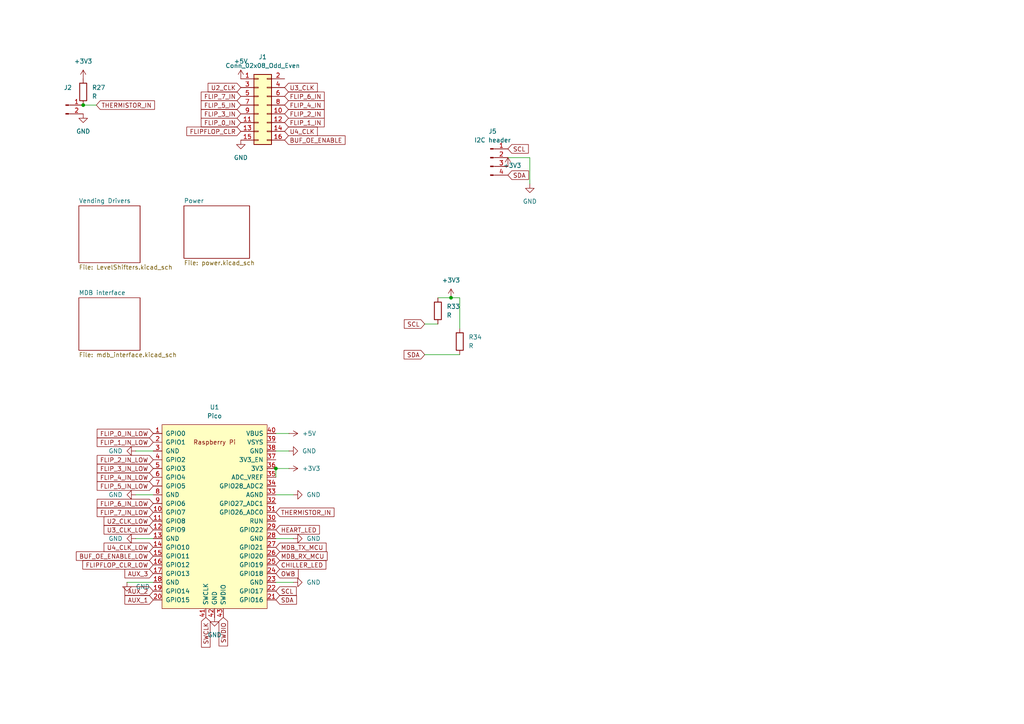
<source format=kicad_sch>
(kicad_sch (version 20250114) (generator "eeschema") (generator_version "9.0")
  (paper "A4")
  (lib_symbols
    (symbol "Connector:Conn_01x02_Pin" (pin_names (offset 1.016) (hide yes))
      (property "Reference" "J" (at 0 2.54 0))
      (property "Value" "Conn_01x02_Pin" (at 0 -5.08 0))
      (symbol "Conn_01x02_Pin_1_1"
        (rectangle (start 0.8636 0.127) (end 0 -0.127) (stroke (width 0.1524)) (fill (type outline)))
        (rectangle (start 0.8636 -2.413) (end 0 -2.667) (stroke (width 0.1524)) (fill (type outline)))
        (polyline (pts (xy 1.27 0) (xy 0.8636 0)) (stroke (width 0.1524)))
        (polyline (pts (xy 1.27 -2.54) (xy 0.8636 -2.54)) (stroke (width 0.1524)))
        (pin passive line (at 5.08 0 180) (length 3.81) (name "Pin_1") (number "1"))
        (pin passive line (at 5.08 -2.54 180) (length 3.81) (name "Pin_2") (number "2"))
      )
    )
    (symbol "Connector:Conn_01x04_Pin" (pin_names (offset 1.016) (hide yes))
      (property "Reference" "J" (at 0 5.08 0))
      (property "Value" "Conn_01x04_Pin" (at 0 -7.62 0))
      (symbol "Conn_01x04_Pin_1_1"
        (rectangle (start 0.8636 2.667) (end 0 2.413) (stroke (width 0.1524)) (fill (type outline)))
        (rectangle (start 0.8636 0.127) (end 0 -0.127) (stroke (width 0.1524)) (fill (type outline)))
        (rectangle (start 0.8636 -2.413) (end 0 -2.667) (stroke (width 0.1524)) (fill (type outline)))
        (rectangle (start 0.8636 -4.953) (end 0 -5.207) (stroke (width 0.1524)) (fill (type outline)))
        (polyline (pts (xy 1.27 2.54) (xy 0.8636 2.54)) (stroke (width 0.1524)))
        (polyline (pts (xy 1.27 0) (xy 0.8636 0)) (stroke (width 0.1524)))
        (polyline (pts (xy 1.27 -2.54) (xy 0.8636 -2.54)) (stroke (width 0.1524)))
        (polyline (pts (xy 1.27 -5.08) (xy 0.8636 -5.08)) (stroke (width 0.1524)))
        (pin passive line (at 5.08 2.54 180) (length 3.81) (name "Pin_1") (number "1"))
        (pin passive line (at 5.08 0 180) (length 3.81) (name "Pin_2") (number "2"))
        (pin passive line (at 5.08 -2.54 180) (length 3.81) (name "Pin_3") (number "3"))
        (pin passive line (at 5.08 -5.08 180) (length 3.81) (name "Pin_4") (number "4"))
      )
    )
    (symbol "Connector_Generic:Conn_02x08_Odd_Even" (pin_names (offset 1.016) (hide yes))
      (property "Reference" "J" (at 1.27 10.16 0))
      (property "Value" "Conn_02x08_Odd_Even" (at 1.27 -12.7 0))
      (symbol "Conn_02x08_Odd_Even_1_1"
        (rectangle (start -1.27 8.89) (end 3.81 -11.43) (stroke (width 0.254)) (fill (type background)))
        (rectangle (start -1.27 7.747) (end 0 7.493) (stroke (width 0.1524)))
        (rectangle (start -1.27 5.207) (end 0 4.953) (stroke (width 0.1524)))
        (rectangle (start -1.27 2.667) (end 0 2.413) (stroke (width 0.1524)))
        (rectangle (start -1.27 0.127) (end 0 -0.127) (stroke (width 0.1524)))
        (rectangle (start -1.27 -2.413) (end 0 -2.667) (stroke (width 0.1524)))
        (rectangle (start -1.27 -4.953) (end 0 -5.207) (stroke (width 0.1524)))
        (rectangle (start -1.27 -7.493) (end 0 -7.747) (stroke (width 0.1524)))
        (rectangle (start -1.27 -10.033) (end 0 -10.287) (stroke (width 0.1524)))
        (rectangle (start 3.81 7.747) (end 2.54 7.493) (stroke (width 0.1524)))
        (rectangle (start 3.81 5.207) (end 2.54 4.953) (stroke (width 0.1524)))
        (rectangle (start 3.81 2.667) (end 2.54 2.413) (stroke (width 0.1524)))
        (rectangle (start 3.81 0.127) (end 2.54 -0.127) (stroke (width 0.1524)))
        (rectangle (start 3.81 -2.413) (end 2.54 -2.667) (stroke (width 0.1524)))
        (rectangle (start 3.81 -4.953) (end 2.54 -5.207) (stroke (width 0.1524)))
        (rectangle (start 3.81 -7.493) (end 2.54 -7.747) (stroke (width 0.1524)))
        (rectangle (start 3.81 -10.033) (end 2.54 -10.287) (stroke (width 0.1524)))
        (pin passive line (at -5.08 7.62 0) (length 3.81) (name "Pin_1") (number "1"))
        (pin passive line (at -5.08 5.08 0) (length 3.81) (name "Pin_3") (number "3"))
        (pin passive line (at -5.08 2.54 0) (length 3.81) (name "Pin_5") (number "5"))
        (pin passive line (at -5.08 0 0) (length 3.81) (name "Pin_7") (number "7"))
        (pin passive line (at -5.08 -2.54 0) (length 3.81) (name "Pin_9") (number "9"))
        (pin passive line (at -5.08 -5.08 0) (length 3.81) (name "Pin_11") (number "11"))
        (pin passive line (at -5.08 -7.62 0) (length 3.81) (name "Pin_13") (number "13"))
        (pin passive line (at -5.08 -10.16 0) (length 3.81) (name "Pin_15") (number "15"))
        (pin passive line (at 7.62 7.62 180) (length 3.81) (name "Pin_2") (number "2"))
        (pin passive line (at 7.62 5.08 180) (length 3.81) (name "Pin_4") (number "4"))
        (pin passive line (at 7.62 2.54 180) (length 3.81) (name "Pin_6") (number "6"))
        (pin passive line (at 7.62 0 180) (length 3.81) (name "Pin_8") (number "8"))
        (pin passive line (at 7.62 -2.54 180) (length 3.81) (name "Pin_10") (number "10"))
        (pin passive line (at 7.62 -5.08 180) (length 3.81) (name "Pin_12") (number "12"))
        (pin passive line (at 7.62 -7.62 180) (length 3.81) (name "Pin_14") (number "14"))
        (pin passive line (at 7.62 -10.16 180) (length 3.81) (name "Pin_16") (number "16"))
      )
    )
    (symbol "Device:R" (pin_numbers (hide yes)) (pin_names (offset 0))
      (property "Reference" "R" (at 2.032 0 90))
      (property "Value" "R" (at 0 0 90))
      (symbol "R_0_1"
        (rectangle (start -1.016 -2.54) (end 1.016 2.54) (stroke (width 0.254)))
      )
      (symbol "R_1_1"
        (pin passive line (at 0 3.81 270) (length 1.27) (name "~") (number "1"))
        (pin passive line (at 0 -3.81 90) (length 1.27) (name "~") (number "2"))
      )
    )
    (symbol "GND_1" (power) (pin_numbers (hide yes)) (pin_names (offset 0) (hide yes))
      (property "Value" "GND" (at 0 -3.81 0))
      (symbol "GND_1_0_1"
        (polyline (pts (xy 0 0) (xy 0 -1.27) (xy 1.27 -1.27) (xy 0 -2.54) (xy -1.27 -1.27) (xy 0 -1.27)))
      )
      (symbol "GND_1_1_1"
        (pin power_in line (at 0 0 270) (length 0) (name "~") (number "1"))
      )
    )
    (symbol "GND_2" (power) (pin_numbers (hide yes)) (pin_names (offset 0) (hide yes))
      (property "Value" "GND" (at 0 -3.81 0))
      (symbol "GND_2_0_1"
        (polyline (pts (xy 0 0) (xy 0 -1.27) (xy 1.27 -1.27) (xy 0 -2.54) (xy -1.27 -1.27) (xy 0 -1.27)))
      )
      (symbol "GND_2_1_1"
        (pin power_in line (at 0 0 270) (length 0) (name "~") (number "1"))
      )
    )
    (symbol "GND_3" (power) (pin_numbers (hide yes)) (pin_names (offset 0) (hide yes))
      (property "Value" "GND" (at 0 -3.81 0))
      (symbol "GND_3_0_1"
        (polyline (pts (xy 0 0) (xy 0 -1.27) (xy 1.27 -1.27) (xy 0 -2.54) (xy -1.27 -1.27) (xy 0 -1.27)))
      )
      (symbol "GND_3_1_1"
        (pin power_in line (at 0 0 270) (length 0) (name "~") (number "1"))
      )
    )
    (symbol "Pi:Pico" (pin_names (offset 1.016))
      (property "Reference" "U" (at -13.97 27.94 0))
      (property "Value" "Pico" (at 0 19.05 0))
      (symbol "Pico_0_0"
        (text "Raspberry Pi" (at 0 21.59 0) (effects (font (size 1.27 1.27))))
      )
      (symbol "Pico_0_1"
        (rectangle (start -15.24 26.67) (end 15.24 -26.67) (fill (type background)))
      )
      (symbol "Pico_1_1"
        (pin bidirectional line (at -17.78 24.13 0) (length 2.54) (name "GPIO0") (number "1"))
        (pin bidirectional line (at -17.78 21.59 0) (length 2.54) (name "GPIO1") (number "2"))
        (pin power_in line (at -17.78 19.05 0) (length 2.54) (name "GND") (number "3"))
        (pin bidirectional line (at -17.78 16.51 0) (length 2.54) (name "GPIO2") (number "4"))
        (pin bidirectional line (at -17.78 13.97 0) (length 2.54) (name "GPIO3") (number "5"))
        (pin bidirectional line (at -17.78 11.43 0) (length 2.54) (name "GPIO4") (number "6"))
        (pin bidirectional line (at -17.78 8.89 0) (length 2.54) (name "GPIO5") (number "7"))
        (pin power_in line (at -17.78 6.35 0) (length 2.54) (name "GND") (number "8"))
        (pin bidirectional line (at -17.78 3.81 0) (length 2.54) (name "GPIO6") (number "9"))
        (pin bidirectional line (at -17.78 1.27 0) (length 2.54) (name "GPIO7") (number "10"))
        (pin bidirectional line (at -17.78 -1.27 0) (length 2.54) (name "GPIO8") (number "11"))
        (pin bidirectional line (at -17.78 -3.81 0) (length 2.54) (name "GPIO9") (number "12"))
        (pin power_in line (at -17.78 -6.35 0) (length 2.54) (name "GND") (number "13"))
        (pin bidirectional line (at -17.78 -8.89 0) (length 2.54) (name "GPIO10") (number "14"))
        (pin bidirectional line (at -17.78 -11.43 0) (length 2.54) (name "GPIO11") (number "15"))
        (pin bidirectional line (at -17.78 -13.97 0) (length 2.54) (name "GPIO12") (number "16"))
        (pin bidirectional line (at -17.78 -16.51 0) (length 2.54) (name "GPIO13") (number "17"))
        (pin power_in line (at -17.78 -19.05 0) (length 2.54) (name "GND") (number "18"))
        (pin bidirectional line (at -17.78 -21.59 0) (length 2.54) (name "GPIO14") (number "19"))
        (pin bidirectional line (at -17.78 -24.13 0) (length 2.54) (name "GPIO15") (number "20"))
        (pin input line (at -2.54 -29.21 90) (length 2.54) (name "SWCLK") (number "41"))
        (pin power_in line (at 0 -29.21 90) (length 2.54) (name "GND") (number "42"))
        (pin bidirectional line (at 2.54 -29.21 90) (length 2.54) (name "SWDIO") (number "43"))
        (pin unspecified line (at 17.78 24.13 180) (length 2.54) (name "VBUS") (number "40"))
        (pin unspecified line (at 17.78 21.59 180) (length 2.54) (name "VSYS") (number "39"))
        (pin bidirectional line (at 17.78 19.05 180) (length 2.54) (name "GND") (number "38"))
        (pin input line (at 17.78 16.51 180) (length 2.54) (name "3V3_EN") (number "37"))
        (pin unspecified line (at 17.78 13.97 180) (length 2.54) (name "3V3") (number "36"))
        (pin unspecified line (at 17.78 11.43 180) (length 2.54) (name "ADC_VREF") (number "35"))
        (pin bidirectional line (at 17.78 8.89 180) (length 2.54) (name "GPIO28_ADC2") (number "34"))
        (pin power_in line (at 17.78 6.35 180) (length 2.54) (name "AGND") (number "33"))
        (pin bidirectional line (at 17.78 3.81 180) (length 2.54) (name "GPIO27_ADC1") (number "32"))
        (pin bidirectional line (at 17.78 1.27 180) (length 2.54) (name "GPIO26_ADC0") (number "31"))
        (pin input line (at 17.78 -1.27 180) (length 2.54) (name "RUN") (number "30"))
        (pin bidirectional line (at 17.78 -3.81 180) (length 2.54) (name "GPIO22") (number "29"))
        (pin power_in line (at 17.78 -6.35 180) (length 2.54) (name "GND") (number "28"))
        (pin bidirectional line (at 17.78 -8.89 180) (length 2.54) (name "GPIO21") (number "27"))
        (pin bidirectional line (at 17.78 -11.43 180) (length 2.54) (name "GPIO20") (number "26"))
        (pin bidirectional line (at 17.78 -13.97 180) (length 2.54) (name "GPIO19") (number "25"))
        (pin bidirectional line (at 17.78 -16.51 180) (length 2.54) (name "GPIO18") (number "24"))
        (pin power_in line (at 17.78 -19.05 180) (length 2.54) (name "GND") (number "23"))
        (pin bidirectional line (at 17.78 -21.59 180) (length 2.54) (name "GPIO17") (number "22"))
        (pin bidirectional line (at 17.78 -24.13 180) (length 2.54) (name "GPIO16") (number "21"))
      )
    )
    (symbol "power:+3V3" (power) (pin_numbers (hide yes)) (pin_names (offset 0) (hide yes))
      (property "Value" "+3V3" (at 0 3.556 0))
      (symbol "+3V3_0_1"
        (polyline (pts (xy -0.762 1.27) (xy 0 2.54)))
        (polyline (pts (xy 0 2.54) (xy 0.762 1.27)))
        (polyline (pts (xy 0 0) (xy 0 2.54)))
      )
      (symbol "+3V3_1_1"
        (pin power_in line (at 0 0 90) (length 0) (name "~") (number "1"))
      )
    )
    (symbol "power:+5V" (power) (pin_numbers (hide yes)) (pin_names (offset 0) (hide yes))
      (property "Value" "+5V" (at 0 3.556 0))
      (symbol "+5V_0_1"
        (polyline (pts (xy -0.762 1.27) (xy 0 2.54)))
        (polyline (pts (xy 0 2.54) (xy 0.762 1.27)))
        (polyline (pts (xy 0 0) (xy 0 2.54)))
      )
      (symbol "+5V_1_1"
        (pin power_in line (at 0 0 90) (length 0) (name "~") (number "1"))
      )
    )
    (symbol "power:GND" (power) (pin_names (offset 0))
      (property "Value" "GND" (at 0 -3.81 0))
      (symbol "GND_0_1"
        (polyline (pts (xy 0 0) (xy 0 -1.27) (xy 1.27 -1.27) (xy 0 -2.54) (xy -1.27 -1.27) (xy 0 -1.27)))
      )
      (symbol "GND_1_1"
        (pin power_in line (at 0 0 270) (length 0) (hide yes) (name "GND") (number "1"))
      )
    )
  )
  (junction (at 80.01 135.89))
  (junction (at 24.13 30.48))
  (junction (at 130.81 86.36))
  (wire (pts (xy 80.01 135.89) (xy 80.01 138.43)))
  (wire (pts (xy 133.35 86.36) (xy 130.81 86.36)))
  (wire (pts (xy 80.01 135.89) (xy 83.82 135.89)))
  (wire (pts (xy 80.01 143.51) (xy 85.09 143.51)))
  (wire (pts (xy 39.37 143.51) (xy 44.45 143.51)))
  (wire (pts (xy 39.37 156.21) (xy 44.45 156.21)))
  (wire (pts (xy 27.94 30.48) (xy 24.13 30.48)))
  (wire (pts (xy 80.01 168.91) (xy 85.09 168.91)))
  (wire (pts (xy 127 93.98) (xy 123.19 93.98)))
  (wire (pts (xy 36.83 168.91) (xy 44.45 168.91)))
  (wire (pts (xy 80.01 125.73) (xy 83.82 125.73)))
  (wire (pts (xy 80.01 130.81) (xy 83.82 130.81)))
  (wire (pts (xy 133.35 95.25) (xy 133.35 86.36)))
  (wire (pts (xy 123.19 102.87) (xy 133.35 102.87)))
  (wire (pts (xy 39.37 130.81) (xy 44.45 130.81)))
  (wire (pts (xy 80.01 156.21) (xy 85.09 156.21)))
  (wire (pts (xy 130.81 86.36) (xy 127 86.36)))
  (wire (pts (xy 147.32 45.72) (xy 153.67 45.72)))
  (wire (pts (xy 153.67 45.72) (xy 153.67 53.34)))
  (global_label "AUX_1" (shape input) (at 44.45 173.99 180) (property "Intersheetrefs" "${INTERSHEET_REFS}" (effects (hide yes))))
  (global_label "FLIP_4_IN_LOW" (shape input) (at 44.45 138.43 180) (property "Intersheetrefs" "${INTERSHEET_REFS}" (effects (hide yes))))
  (global_label "HEART_LED" (shape input) (at 80.01 153.67 0) (property "Intersheetrefs" "${INTERSHEET_REFS}" (effects (hide yes))))
  (global_label "FLIP_3_IN_LOW" (shape input) (at 44.45 135.89 180) (property "Intersheetrefs" "${INTERSHEET_REFS}" (effects (hide yes))))
  (global_label "FLIP_2_IN_LOW" (shape input) (at 44.45 133.35 180) (property "Intersheetrefs" "${INTERSHEET_REFS}" (effects (hide yes))))
  (global_label "MDB_TX_MCU" (shape input) (at 80.01 158.75 0) (property "Intersheetrefs" "${INTERSHEET_REFS}" (effects (hide yes))))
  (global_label "FLIP_1_IN" (shape input) (at 82.55 35.56 0) (property "Intersheetrefs" "${INTERSHEET_REFS}" (effects (hide yes))))
  (global_label "AUX_2" (shape input) (at 44.45 171.45 180) (property "Intersheetrefs" "${INTERSHEET_REFS}" (effects (hide yes))))
  (global_label "SDA" (shape input) (at 147.32 50.8 0) (property "Intersheetrefs" "${INTERSHEET_REFS}" (effects (hide yes))))
  (global_label "U3_CLK" (shape input) (at 82.55 25.4 0) (property "Intersheetrefs" "${INTERSHEET_REFS}" (effects (hide yes))))
  (global_label "SCL" (shape input) (at 123.19 93.98 180) (property "Intersheetrefs" "${INTERSHEET_REFS}" (effects (hide yes))))
  (global_label "U2_CLK" (shape input) (at 69.85 25.4 180) (property "Intersheetrefs" "${INTERSHEET_REFS}" (effects (hide yes))))
  (global_label "FLIP_0_IN" (shape input) (at 69.85 35.56 180) (property "Intersheetrefs" "${INTERSHEET_REFS}" (effects (hide yes))))
  (global_label "FLIP_1_IN_LOW" (shape input) (at 44.45 128.27 180) (property "Intersheetrefs" "${INTERSHEET_REFS}" (effects (hide yes))))
  (global_label "CHILLER_LED" (shape input) (at 80.01 163.83 0) (property "Intersheetrefs" "${INTERSHEET_REFS}" (effects (hide yes))))
  (global_label "BUF_OE_ENABLE_LOW" (shape input) (at 44.45 161.29 180) (property "Intersheetrefs" "${INTERSHEET_REFS}" (effects (hide yes))))
  (global_label "THERMISTOR_IN" (shape input) (at 27.94 30.48 0) (property "Intersheetrefs" "${INTERSHEET_REFS}" (effects (hide yes))))
  (global_label "MDB_RX_MCU" (shape input) (at 80.01 161.29 0) (property "Intersheetrefs" "${INTERSHEET_REFS}" (effects (hide yes))))
  (global_label "FLIP_0_IN_LOW" (shape input) (at 44.45 125.73 180) (property "Intersheetrefs" "${INTERSHEET_REFS}" (effects (hide yes))))
  (global_label "BUF_OE_ENABLE" (shape input) (at 82.55 40.64 0) (property "Intersheetrefs" "${INTERSHEET_REFS}" (effects (hide yes))))
  (global_label "FLIP_6_IN_LOW" (shape input) (at 44.45 146.05 180) (property "Intersheetrefs" "${INTERSHEET_REFS}" (effects (hide yes))))
  (global_label "FLIP_5_IN" (shape input) (at 69.85 30.48 180) (property "Intersheetrefs" "${INTERSHEET_REFS}" (effects (hide yes))))
  (global_label "SWDIO" (shape input) (at 64.77 179.07 270) (property "Intersheetrefs" "${INTERSHEET_REFS}" (effects (hide yes))))
  (global_label "FLIP_5_IN_LOW" (shape input) (at 44.45 140.97 180) (property "Intersheetrefs" "${INTERSHEET_REFS}" (effects (hide yes))))
  (global_label "SCL" (shape input) (at 147.32 43.18 0) (property "Intersheetrefs" "${INTERSHEET_REFS}" (effects (hide yes))))
  (global_label "U3_CLK_LOW" (shape input) (at 44.45 153.67 180) (property "Intersheetrefs" "${INTERSHEET_REFS}" (effects (hide yes))))
  (global_label "OWB" (shape input) (at 80.01 166.37 0) (property "Intersheetrefs" "${INTERSHEET_REFS}" (effects (hide yes))))
  (global_label "U4_CLK_LOW" (shape input) (at 44.45 158.75 180) (property "Intersheetrefs" "${INTERSHEET_REFS}" (effects (hide yes))))
  (global_label "SWCLK" (shape input) (at 59.69 179.07 270) (property "Intersheetrefs" "${INTERSHEET_REFS}" (effects (hide yes))))
  (global_label "SDA" (shape input) (at 80.01 173.99 0) (property "Intersheetrefs" "${INTERSHEET_REFS}" (effects (hide yes))))
  (global_label "FLIP_6_IN" (shape input) (at 82.55 27.94 0) (property "Intersheetrefs" "${INTERSHEET_REFS}" (effects (hide yes))))
  (global_label "THERMISTOR_IN" (shape input) (at 80.01 148.59 0) (property "Intersheetrefs" "${INTERSHEET_REFS}" (effects (hide yes))))
  (global_label "SDA" (shape input) (at 123.19 102.87 180) (property "Intersheetrefs" "${INTERSHEET_REFS}" (effects (hide yes))))
  (global_label "SCL" (shape input) (at 80.01 171.45 0) (property "Intersheetrefs" "${INTERSHEET_REFS}" (effects (hide yes))))
  (global_label "FLIP_2_IN" (shape input) (at 82.55 33.02 0) (property "Intersheetrefs" "${INTERSHEET_REFS}" (effects (hide yes))))
  (global_label "U2_CLK_LOW" (shape input) (at 44.45 151.13 180) (property "Intersheetrefs" "${INTERSHEET_REFS}" (effects (hide yes))))
  (global_label "FLIP_4_IN" (shape input) (at 82.55 30.48 0) (property "Intersheetrefs" "${INTERSHEET_REFS}" (effects (hide yes))))
  (global_label "U4_CLK" (shape input) (at 82.55 38.1 0) (property "Intersheetrefs" "${INTERSHEET_REFS}" (effects (hide yes))))
  (global_label "FLIP_7_IN_LOW" (shape input) (at 44.45 148.59 180) (property "Intersheetrefs" "${INTERSHEET_REFS}" (effects (hide yes))))
  (global_label "FLIP_3_IN" (shape input) (at 69.85 33.02 180) (property "Intersheetrefs" "${INTERSHEET_REFS}" (effects (hide yes))))
  (global_label "FLIPFLOP_CLR_LOW" (shape input) (at 44.45 163.83 180) (property "Intersheetrefs" "${INTERSHEET_REFS}" (effects (hide yes))))
  (global_label "FLIPFLOP_CLR" (shape input) (at 69.85 38.1 180) (property "Intersheetrefs" "${INTERSHEET_REFS}" (effects (hide yes))))
  (global_label "FLIP_7_IN" (shape input) (at 69.85 27.94 180) (property "Intersheetrefs" "${INTERSHEET_REFS}" (effects (hide yes))))
  (global_label "AUX_3" (shape input) (at 44.45 166.37 180) (property "Intersheetrefs" "${INTERSHEET_REFS}" (effects (hide yes))))
  (symbol (lib_name "GND_1") (lib_id "power:GND") (at 85.09 156.21 90) (unit 1)
    (property "Reference" "#PWR035" (effects (hide yes)))
    (property "Value" "GND" (at 88.9 156.2099 90) (effects (justify right)))
    (property "Description" "Power symbol creates a global label with name \"GND\" , ground" (effects (hide yes)))
  )
  (symbol (lib_id "Pi:Pico") (at 62.23 149.86 0) (unit 1)
    (property "Reference" "U1" (at 62.23 118.11 0))
    (property "Value" "Pico" (at 62.23 120.65 0))
    (property "Footprint" "Pi:RPi_Pico_SMD_TH" (effects (hide yes)))
  )
  (symbol (lib_id "Device:R") (at 133.35 99.06 0) (unit 1)
    (property "Reference" "R34" (at 135.89 97.7899 0) (effects (justify left)))
    (property "Value" "R" (at 135.89 100.3299 0) (effects (justify left)))
    (property "Footprint" "Resistor_SMD:R_1206_3216Metric" (effects (hide yes)))
    (property "Description" "Resistor" (effects (hide yes)))
  )
  (symbol (lib_id "power:+3V3") (at 24.13 22.86 0) (unit 1)
    (property "Reference" "#PWR040" (effects (hide yes)))
    (property "Value" "+3V3" (at 24.13 17.78 0))
    (property "Description" "Power symbol creates a global label with name \"+3V3\"" (effects (hide yes)))
  )
  (symbol (lib_id "Device:R") (at 127 90.17 0) (unit 1)
    (property "Reference" "R33" (at 129.54 88.8999 0) (effects (justify left)))
    (property "Value" "R" (at 129.54 91.4399 0) (effects (justify left)))
    (property "Footprint" "Resistor_SMD:R_1206_3216Metric" (effects (hide yes)))
    (property "Description" "Resistor" (effects (hide yes)))
  )
  (symbol (lib_id "power:+3V3") (at 147.32 48.26 0) (unit 1)
    (property "Reference" "#PWR054" (effects (hide yes)))
    (property "Value" "+3V3" (at 148.59 48.006 0))
    (property "Description" "Power symbol creates a global label with name \"+3V3\"" (effects (hide yes)))
  )
  (symbol (lib_id "Device:R") (at 24.13 26.67 180) (unit 1)
    (property "Reference" "R27" (at 26.67 25.3999 0) (effects (justify right)))
    (property "Value" "R" (at 26.67 27.9399 0) (effects (justify right)))
    (property "Footprint" "Resistor_SMD:R_1206_3216Metric" (effects (hide yes)))
    (property "Description" "Resistor" (effects (hide yes)))
  )
  (symbol (lib_id "power:GND") (at 69.85 40.64 0) (unit 1)
    (property "Reference" "#PWR04" (effects (hide yes)))
    (property "Value" "GND" (at 69.85 45.72 0))
  )
  (symbol (lib_id "power:+3V3") (at 130.81 86.36 0) (unit 1)
    (property "Reference" "#PWR055" (effects (hide yes)))
    (property "Value" "+3V3" (at 130.81 81.28 0))
    (property "Description" "Power symbol creates a global label with name \"+3V3\"" (effects (hide yes)))
  )
  (symbol (lib_id "Connector:Conn_01x02_Pin") (at 19.05 30.48 0) (unit 1)
    (property "Reference" "J2" (at 19.685 25.4 0))
    (property "Value" "Conn_01x02_Pin" (effects (hide yes)))
    (property "Footprint" "Connector_JST:JST_PH_B2B-PH-K_1x02_P2.00mm_Vertical" (effects (hide yes)))
    (property "Description" "Generic connector, single row, 01x02, script generated" (effects (hide yes)))
  )
  (symbol (lib_name "GND_1") (lib_id "power:GND") (at 39.37 156.21 270) (unit 1)
    (property "Reference" "#PWR032" (effects (hide yes)))
    (property "Value" "GND" (at 35.56 156.2099 90) (effects (justify right)))
    (property "Description" "Power symbol creates a global label with name \"GND\" , ground" (effects (hide yes)))
  )
  (symbol (lib_id "power:+3V3") (at 83.82 135.89 270) (unit 1)
    (property "Reference" "#PWR029" (effects (hide yes)))
    (property "Value" "+3V3" (at 87.63 135.8899 90) (effects (justify left)))
    (property "Description" "Power symbol creates a global label with name \"+3V3\"" (effects (hide yes)))
  )
  (symbol (lib_name "GND_1") (lib_id "power:GND") (at 39.37 130.81 270) (unit 1)
    (property "Reference" "#PWR031" (effects (hide yes)))
    (property "Value" "GND" (at 35.56 130.8099 90) (effects (justify right)))
    (property "Description" "Power symbol creates a global label with name \"GND\" , ground" (effects (hide yes)))
  )
  (symbol (lib_name "GND_1") (lib_id "power:GND") (at 36.83 168.91 0) (unit 1)
    (property "Reference" "#PWR033" (effects (hide yes)))
    (property "Value" "GND" (at 39.37 170.1799 0) (effects (justify left)))
    (property "Description" "Power symbol creates a global label with name \"GND\" , ground" (effects (hide yes)))
  )
  (symbol (lib_name "GND_2") (lib_id "power:GND") (at 24.13 33.02 0) (unit 1)
    (property "Reference" "#PWR01" (effects (hide yes)))
    (property "Value" "GND" (at 24.13 38.1 0))
    (property "Description" "Power symbol creates a global label with name \"GND\" , ground" (effects (hide yes)))
  )
  (symbol (lib_name "GND_1") (lib_id "power:GND") (at 85.09 168.91 90) (unit 1)
    (property "Reference" "#PWR034" (effects (hide yes)))
    (property "Value" "GND" (at 88.9 168.9099 90) (effects (justify right)))
    (property "Description" "Power symbol creates a global label with name \"GND\" , ground" (effects (hide yes)))
  )
  (symbol (lib_id "Connector:Conn_01x04_Pin") (at 142.24 45.72 0) (unit 1)
    (property "Reference" "J5" (at 142.875 38.1 0))
    (property "Value" "I2C header" (at 142.875 40.64 0))
    (property "Footprint" "Connector_PinHeader_2.54mm:PinHeader_1x04_P2.54mm_Vertical" (effects (hide yes)))
    (property "Description" "Generic connector, single row, 01x04, script generated" (effects (hide yes)))
  )
  (symbol (lib_name "GND_3") (lib_id "power:GND") (at 153.67 53.34 0) (unit 1)
    (property "Reference" "#PWR053" (effects (hide yes)))
    (property "Value" "GND" (at 153.67 58.42 0))
    (property "Description" "Power symbol creates a global label with name \"GND\" , ground" (effects (hide yes)))
  )
  (symbol (lib_name "GND_1") (lib_id "power:GND") (at 85.09 143.51 90) (unit 1)
    (property "Reference" "#PWR039" (effects (hide yes)))
    (property "Value" "GND" (at 88.9 143.5099 90) (effects (justify right)))
    (property "Description" "Power symbol creates a global label with name \"GND\" , ground" (effects (hide yes)))
  )
  (symbol (lib_name "GND_1") (lib_id "power:GND") (at 62.23 179.07 0) (unit 1)
    (property "Reference" "#PWR037" (effects (hide yes)))
    (property "Value" "GND" (at 62.23 184.15 0))
    (property "Description" "Power symbol creates a global label with name \"GND\" , ground" (effects (hide yes)))
  )
  (symbol (lib_id "power:+5V") (at 69.85 22.86 0) (unit 1)
    (property "Reference" "#PWR03" (effects (hide yes)))
    (property "Value" "+5V" (at 69.85 17.78 0))
  )
  (symbol (lib_name "GND_1") (lib_id "power:GND") (at 39.37 143.51 270) (unit 1)
    (property "Reference" "#PWR036" (effects (hide yes)))
    (property "Value" "GND" (at 35.56 143.5099 90) (effects (justify right)))
    (property "Description" "Power symbol creates a global label with name \"GND\" , ground" (effects (hide yes)))
  )
  (symbol (lib_name "GND_1") (lib_id "power:GND") (at 83.82 130.81 90) (unit 1)
    (property "Reference" "#PWR030" (effects (hide yes)))
    (property "Value" "GND" (at 87.63 130.8099 90) (effects (justify right)))
    (property "Description" "Power symbol creates a global label with name \"GND\" , ground" (effects (hide yes)))
  )
  (symbol (lib_id "Connector_Generic:Conn_02x08_Odd_Even") (at 74.93 30.48 0) (unit 1)
    (property "Reference" "J1" (at 76.2 16.51 0))
    (property "Value" "Conn_02x08_Odd_Even" (at 76.2 19.05 0))
    (property "Footprint" "Connector_PinHeader_2.54mm:PinHeader_2x08_P2.54mm_Vertical" (effects (hide yes)))
  )
  (symbol (lib_id "power:+5V") (at 83.82 125.73 270) (unit 1)
    (property "Reference" "#PWR038" (effects (hide yes)))
    (property "Value" "+5V" (at 87.63 125.7299 90) (effects (justify left)))
    (property "Description" "Power symbol creates a global label with name \"+5V\"" (effects (hide yes)))
  )
  (sheet (at 22.86 59.69) (size 17.78 16.51) (stroke (width 0.1524))
    (property "Sheetname" "Vending Drivers" (at 22.86 58.9784 0) (effects (justify left bottom)))
    (property "Sheetfile" "LevelShifters.kicad_sch" (at 22.86 76.7846 0) (effects (justify left top)))
  )
  (sheet (at 22.86 86.36) (size 17.78 15.24) (stroke (width 0.1524))
    (property "Sheetname" "MDB interface" (at 22.86 85.6484 0) (effects (justify left bottom)))
    (property "Sheetfile" "mdb_interface.kicad_sch" (at 22.86 102.1846 0) (effects (justify left top)))
  )
  (sheet (at 53.34 59.69) (size 19.05 15.24) (stroke (width 0.1524))
    (property "Sheetname" "Power" (at 53.34 58.9784 0) (effects (justify left bottom)))
    (property "Sheetfile" "power.kicad_sch" (at 53.34 75.5146 0) (effects (justify left top)))
  )
)
</source>
